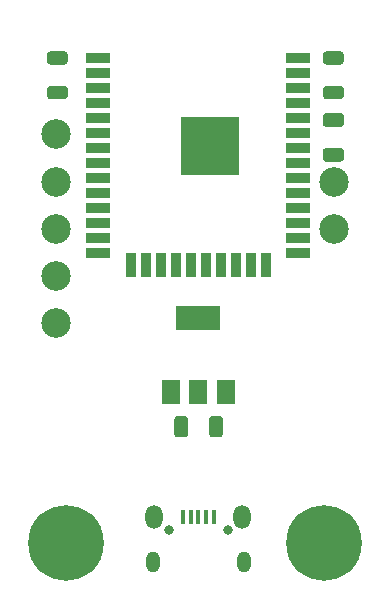
<source format=gbr>
%TF.GenerationSoftware,KiCad,Pcbnew,(5.1.12-1-10_14)*%
%TF.CreationDate,2022-01-26T17:57:44+01:00*%
%TF.ProjectId,tiny-led-esp32,74696e79-2d6c-4656-942d-65737033322e,rev?*%
%TF.SameCoordinates,Original*%
%TF.FileFunction,Soldermask,Bot*%
%TF.FilePolarity,Negative*%
%FSLAX46Y46*%
G04 Gerber Fmt 4.6, Leading zero omitted, Abs format (unit mm)*
G04 Created by KiCad (PCBNEW (5.1.12-1-10_14)) date 2022-01-26 17:57:44*
%MOMM*%
%LPD*%
G01*
G04 APERTURE LIST*
%ADD10R,2.000000X0.900000*%
%ADD11R,0.900000X2.000000*%
%ADD12R,5.000000X5.000000*%
%ADD13C,2.500000*%
%ADD14C,0.800000*%
%ADD15C,6.400000*%
%ADD16R,1.500000X2.000000*%
%ADD17R,3.800000X2.000000*%
%ADD18O,0.800000X0.800000*%
%ADD19O,1.150000X1.800000*%
%ADD20O,1.450000X2.000000*%
%ADD21R,0.450000X1.300000*%
G04 APERTURE END LIST*
D10*
%TO.C,U2*%
X144500000Y-84518500D03*
X144500000Y-85788500D03*
X144500000Y-87058500D03*
X144500000Y-88328500D03*
X144500000Y-89598500D03*
X144500000Y-90868500D03*
X144500000Y-92138500D03*
X144500000Y-93408500D03*
X144500000Y-94678500D03*
X144500000Y-95948500D03*
X144500000Y-97218500D03*
X144500000Y-98488500D03*
X144500000Y-99758500D03*
X144500000Y-101028500D03*
D11*
X147285000Y-102028500D03*
X148555000Y-102028500D03*
X149825000Y-102028500D03*
X151095000Y-102028500D03*
X152365000Y-102028500D03*
X153635000Y-102028500D03*
X154905000Y-102028500D03*
X156175000Y-102028500D03*
X157445000Y-102028500D03*
X158715000Y-102028500D03*
D10*
X161500000Y-101028500D03*
X161500000Y-99758500D03*
X161500000Y-98488500D03*
X161500000Y-97218500D03*
X161500000Y-95948500D03*
X161500000Y-94678500D03*
X161500000Y-93408500D03*
X161500000Y-92138500D03*
X161500000Y-90868500D03*
X161500000Y-89598500D03*
X161500000Y-88328500D03*
X161500000Y-87058500D03*
X161500000Y-85788500D03*
X161500000Y-84518500D03*
D12*
X154000000Y-92018500D03*
%TD*%
D13*
%TO.C,TP7*%
X141000000Y-91000000D03*
%TD*%
%TO.C,TP2*%
X164500000Y-99000000D03*
%TD*%
%TO.C,TP1*%
X164500000Y-95000000D03*
%TD*%
%TO.C,TP4*%
X141000000Y-95000000D03*
%TD*%
%TO.C,TP3*%
X141000000Y-99000000D03*
%TD*%
%TO.C,TP5*%
X141000000Y-103000000D03*
%TD*%
%TO.C,TP6*%
X141000000Y-107000000D03*
%TD*%
D14*
%TO.C,H2*%
X165400056Y-123905944D03*
X163703000Y-123203000D03*
X162005944Y-123905944D03*
X161303000Y-125603000D03*
X162005944Y-127300056D03*
X163703000Y-128003000D03*
X165400056Y-127300056D03*
X166103000Y-125603000D03*
D15*
X163703000Y-125603000D03*
%TD*%
D14*
%TO.C,H1*%
X143505256Y-123905944D03*
X141808200Y-123203000D03*
X140111144Y-123905944D03*
X139408200Y-125603000D03*
X140111144Y-127300056D03*
X141808200Y-128003000D03*
X143505256Y-127300056D03*
X144208200Y-125603000D03*
D15*
X141808200Y-125603000D03*
%TD*%
%TO.C,R3*%
G36*
G01*
X165090001Y-85100000D02*
X163839999Y-85100000D01*
G75*
G02*
X163590000Y-84850001I0J249999D01*
G01*
X163590000Y-84224999D01*
G75*
G02*
X163839999Y-83975000I249999J0D01*
G01*
X165090001Y-83975000D01*
G75*
G02*
X165340000Y-84224999I0J-249999D01*
G01*
X165340000Y-84850001D01*
G75*
G02*
X165090001Y-85100000I-249999J0D01*
G01*
G37*
G36*
G01*
X165090001Y-88025000D02*
X163839999Y-88025000D01*
G75*
G02*
X163590000Y-87775001I0J249999D01*
G01*
X163590000Y-87149999D01*
G75*
G02*
X163839999Y-86900000I249999J0D01*
G01*
X165090001Y-86900000D01*
G75*
G02*
X165340000Y-87149999I0J-249999D01*
G01*
X165340000Y-87775001D01*
G75*
G02*
X165090001Y-88025000I-249999J0D01*
G01*
G37*
%TD*%
%TO.C,R2*%
G36*
G01*
X140471999Y-86900000D02*
X141722001Y-86900000D01*
G75*
G02*
X141972000Y-87149999I0J-249999D01*
G01*
X141972000Y-87775001D01*
G75*
G02*
X141722001Y-88025000I-249999J0D01*
G01*
X140471999Y-88025000D01*
G75*
G02*
X140222000Y-87775001I0J249999D01*
G01*
X140222000Y-87149999D01*
G75*
G02*
X140471999Y-86900000I249999J0D01*
G01*
G37*
G36*
G01*
X140471999Y-83975000D02*
X141722001Y-83975000D01*
G75*
G02*
X141972000Y-84224999I0J-249999D01*
G01*
X141972000Y-84850001D01*
G75*
G02*
X141722001Y-85100000I-249999J0D01*
G01*
X140471999Y-85100000D01*
G75*
G02*
X140222000Y-84850001I0J249999D01*
G01*
X140222000Y-84224999D01*
G75*
G02*
X140471999Y-83975000I249999J0D01*
G01*
G37*
%TD*%
%TO.C,C14*%
G36*
G01*
X153949500Y-116410501D02*
X153949500Y-115110499D01*
G75*
G02*
X154199499Y-114860500I249999J0D01*
G01*
X154849501Y-114860500D01*
G75*
G02*
X155099500Y-115110499I0J-249999D01*
G01*
X155099500Y-116410501D01*
G75*
G02*
X154849501Y-116660500I-249999J0D01*
G01*
X154199499Y-116660500D01*
G75*
G02*
X153949500Y-116410501I0J249999D01*
G01*
G37*
G36*
G01*
X150999500Y-116410501D02*
X150999500Y-115110499D01*
G75*
G02*
X151249499Y-114860500I249999J0D01*
G01*
X151899501Y-114860500D01*
G75*
G02*
X152149500Y-115110499I0J-249999D01*
G01*
X152149500Y-116410501D01*
G75*
G02*
X151899501Y-116660500I-249999J0D01*
G01*
X151249499Y-116660500D01*
G75*
G02*
X150999500Y-116410501I0J249999D01*
G01*
G37*
%TD*%
%TO.C,C1*%
G36*
G01*
X163814999Y-92164000D02*
X165115001Y-92164000D01*
G75*
G02*
X165365000Y-92413999I0J-249999D01*
G01*
X165365000Y-93064001D01*
G75*
G02*
X165115001Y-93314000I-249999J0D01*
G01*
X163814999Y-93314000D01*
G75*
G02*
X163565000Y-93064001I0J249999D01*
G01*
X163565000Y-92413999D01*
G75*
G02*
X163814999Y-92164000I249999J0D01*
G01*
G37*
G36*
G01*
X163814999Y-89214000D02*
X165115001Y-89214000D01*
G75*
G02*
X165365000Y-89463999I0J-249999D01*
G01*
X165365000Y-90114001D01*
G75*
G02*
X165115001Y-90364000I-249999J0D01*
G01*
X163814999Y-90364000D01*
G75*
G02*
X163565000Y-90114001I0J249999D01*
G01*
X163565000Y-89463999D01*
G75*
G02*
X163814999Y-89214000I249999J0D01*
G01*
G37*
%TD*%
D16*
%TO.C,U1*%
X155335000Y-112853000D03*
X150735000Y-112853000D03*
X153035000Y-112853000D03*
D17*
X153035000Y-106553000D03*
%TD*%
D18*
%TO.C,J1*%
X150535000Y-124485500D03*
X155535000Y-124485500D03*
D19*
X149160000Y-127235500D03*
X156910000Y-127235500D03*
D20*
X149310000Y-123435500D03*
X156760000Y-123435500D03*
D21*
X151735000Y-123385500D03*
X152385000Y-123385500D03*
X153035000Y-123385500D03*
X153685000Y-123385500D03*
X154335000Y-123385500D03*
%TD*%
M02*

</source>
